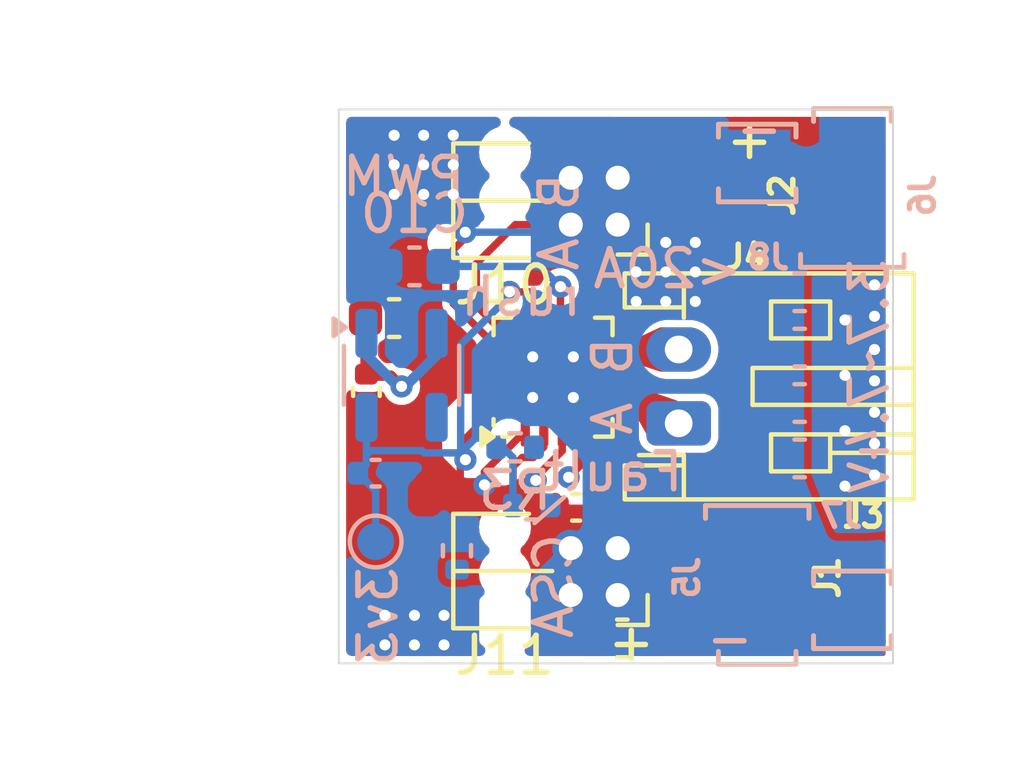
<source format=kicad_pcb>
(kicad_pcb (version 20241229) (generator "pcbnew") (generator_version "9.0")
  (title_block (date "2025-11-15") (rev "V2") (comment 1 "Licensed under CERN-OHL-S V2") (comment 2 "Author: Asher Edwards"))
  (layers (0 "F.Cu" signal) (4 "In1.Cu" signal) (6 "In2.Cu" signal) (2 "B.Cu" signal) (13 "F.Paste" user) (15 "B.Paste" user) (5 "F.SilkS" user "F.Silkscreen") (7 "B.SilkS" user "B.Silkscreen") (1 "F.Mask" user) (3 "B.Mask" user) (25 "Edge.Cuts" user))
  (net 0 "")
  (net 1 "VDD")
  (net 3 "GNDPWR")
  (net 4 "Net-(J9-Pin_1)")
  (net 5 "Net-(J9-Pin_2)")
  (net 7 "PWM-A")
  (net 8 "+3.3V")
  (net 9 "PWM-B")
  (net 10 "Net-(U1-TINRUSH)")
  (net 12 "ADC-A")
  (net 13 "Stall")
  (net 14 "Fault")
  (footprint "custom_Connector:Keystone_6100" (layer "F.Cu") (at 177.7 107.75)
    (property "Reference" "J3" (at 0.3 -2.55 0) (layer "F.SilkS") (effects (font (size 0.64 0.64))))
    (property "Value" "Keystone 6100")
    (fp_line (start -1.05 -1.05) (end 1.05 -1.05) (stroke (width 0.127)) (layer "F.SilkS"))
    (fp_line (start -1.05 -0.7) (end -1.05 -1.05) (stroke (width 0.127)) (layer "F.SilkS"))
    (fp_line (start -1.05 1.05) (end -1.05 0.7) (stroke (width 0.127)) (layer "F.SilkS"))
    (fp_line (start 1.05 -1.05) (end 1.05 -0.7) (stroke (width 0.127)) (layer "F.SilkS"))
    (fp_line (start 1.05 0.7) (end 1.05 1.05) (stroke (width 0.127)) (layer "F.SilkS"))
    (fp_line (start 1.05 1.05) (end -1.05 1.05) (stroke (width 0.127)) (layer "F.SilkS"))
    (pad "1" smd rect (at 0 0) (size 1.8 1.8) (layers "F.Cu" "F.Mask" "F.Paste") (net 1 "VDD"))
  )
  (footprint "Capacitor_SMD:C_0603_1608Metric" (layer "F.Cu") (at 171.475 108.525 180)
    (property "Reference" "C5" (hide yes))
    (property "Value" "10uF, 16v")
    (fp_line (start 0.14058 0.51) (end -0.14058 0.51) (stroke (width 0.12)) (layer "F.SilkS"))
    (fp_line (start 0.14058 -0.51) (end -0.14058 -0.51) (stroke (width 0.12)) (layer "F.SilkS"))
    (pad "1" smd roundrect (at -0.775 0 180) (size 0.9 0.95) (layers "F.Cu" "F.Mask" "F.Paste") (net 1 "VDD"))
    (pad "2" smd roundrect (at 0.775 0 180) (size 0.9 0.95) (layers "F.Cu" "F.Mask" "F.Paste") (net 3 "GNDPWR"))
  )
  (footprint "Capacitor_SMD:C_0402_1005Metric" (layer "F.Cu") (at 170.225 104.975 180)
    (property "Reference" "C6" (hide yes))
    (property "Value" "100nF, 16v")
    (fp_line (start -0.107836 0.36) (end 0.107836 0.36) (stroke (width 0.12)) (layer "F.SilkS"))
    (fp_line (start -0.107836 -0.36) (end 0.107836 -0.36) (stroke (width 0.12)) (layer "F.SilkS"))
    (pad "1" smd roundrect (at -0.48 0 180) (size 0.56 0.62) (layers "F.Cu" "F.Mask" "F.Paste") (net 1 "VDD"))
    (pad "2" smd roundrect (at 0.48 0 180) (size 0.56 0.62) (layers "F.Cu" "F.Mask" "F.Paste") (net 3 "GNDPWR"))
  )
  (footprint "custom_Connector:Keystone_6102" (layer "F.Cu") (at 175.125 107.075)
    (property "Reference" "J1" (at 1.9 -0.2 90) (layer "F.SilkS") (effects (font (size 0.64 0.64))))
    (property "Value" "Keystone 6102")
    (fp_line (start -1.4 -2.15) (end 1.4 -2.15) (stroke (width 0.127)) (layer "F.SilkS"))
    (fp_line (start -1.4 -1.8) (end -1.4 -2.15) (stroke (width 0.127)) (layer "F.SilkS"))
    (fp_line (start -1.05 2.15) (end -1.05 1.8) (stroke (width 0.127)) (layer "F.SilkS"))
    (fp_line (start 1.05 1.8) (end 1.05 2.15) (stroke (width 0.127)) (layer "F.SilkS"))
    (fp_line (start 1.05 2.15) (end -1.05 2.15) (stroke (width 0.127)) (layer "F.SilkS"))
    (fp_line (start 1.4 -2.15) (end 1.4 -1.8) (stroke (width 0.127)) (layer "F.SilkS"))
    (pad "1" smd rect (at 0 0) (size 1.8 3.84) (layers "F.Cu" "F.Mask" "F.Paste") (net 1 "VDD"))
  )
  (footprint "Capacitor_SMD:C_0603_1608Metric" (layer "F.Cu") (at 165.3 99.85)
    (property "Reference" "C7" (hide yes))
    (property "Value" "10uF, 16v")
    (fp_line (start -0.14058 -0.51) (end 0.14058 -0.51) (stroke (width 0.12)) (layer "F.SilkS"))
    (fp_line (start -0.14058 0.51) (end 0.14058 0.51) (stroke (width 0.12)) (layer "F.SilkS"))
    (pad "1" smd roundrect (at -0.775 0) (size 0.9 0.95) (layers "F.Cu" "F.Mask" "F.Paste") (net 1 "VDD"))
    (pad "2" smd roundrect (at 0.775 0) (size 0.9 0.95) (layers "F.Cu" "F.Mask" "F.Paste") (net 3 "GNDPWR"))
  )
  (footprint "Connector_JST:JST_PH_S2B-PH-K_1x02_P2.00mm_Horizontal" (layer "F.Cu") (at 173 102.7 90)
    (property "Reference" "J9" (hide yes))
    (property "Value" "JST PH 2mm horizontal")
    (fp_line (start 4.06 -1.46) (end 3.14 -1.46) (stroke (width 0.12)) (layer "F.SilkS"))
    (fp_line (start 3.14 -1.46) (end 3.14 0.14) (stroke (width 0.12)) (layer "F.SilkS"))
    (fp_line (start -1.14 -1.46) (end -2.06 -1.46) (stroke (width 0.12)) (layer "F.SilkS"))
    (fp_line (start -2.06 -1.46) (end -2.06 6.36) (stroke (width 0.12)) (layer "F.SilkS"))
    (fp_line (start 4.06 0.14) (end 3.14 0.14) (stroke (width 0.12)) (layer "F.SilkS"))
    (fp_line (start 3.14 0.14) (end 2.86 0.14) (stroke (width 0.12)) (layer "F.SilkS"))
    (fp_line (start -0.86 0.14) (end -0.86 -1.075) (stroke (width 0.12)) (layer "F.SilkS"))
    (fp_line (start -0.86 0.14) (end -1.14 0.14) (stroke (width 0.12)) (layer "F.SilkS"))
    (fp_line (start -1.14 0.14) (end -1.14 -1.46) (stroke (width 0.12)) (layer "F.SilkS"))
    (fp_line (start -2.06 0.14) (end -1.14 0.14) (stroke (width 0.12)) (layer "F.SilkS"))
    (fp_line (start 1.5 2) (end 1.5 6.36) (stroke (width 0.12)) (layer "F.SilkS"))
    (fp_line (start 0.5 2) (end 1.5 2) (stroke (width 0.12)) (layer "F.SilkS"))
    (fp_line (start 3.3 2.5) (end 3.3 4.1) (stroke (width 0.12)) (layer "F.SilkS"))
    (fp_line (start 2.3 2.5) (end 3.3 2.5) (stroke (width 0.12)) (layer "F.SilkS"))
    (fp_line (start -0.3 2.5) (end -1.3 2.5) (stroke (width 0.12)) (layer "F.SilkS"))
    (fp_line (start -1.3 2.5) (end -1.3 4.1) (stroke (width 0.12)) (layer "F.SilkS"))
    (fp_line (start 3.3 4.1) (end 2.3 4.1) (stroke (width 0.12)) (layer "F.SilkS"))
    (fp_line (start 2.3 4.1) (end 2.3 2.5) (stroke (width 0.12)) (layer "F.SilkS"))
    (fp_line (start -0.3 4.1) (end -0.3 2.5) (stroke (width 0.12)) (layer "F.SilkS"))
    (fp_line (start -0.3 4.1) (end -0.3 6.36) (stroke (width 0.12)) (layer "F.SilkS"))
    (fp_line (start -0.8 4.1) (end -0.8 6.36) (stroke (width 0.12)) (layer "F.SilkS"))
    (fp_line (start -1.3 4.1) (end -0.3 4.1) (stroke (width 0.12)) (layer "F.SilkS"))
    (fp_line (start 4.06 6.36) (end 4.06 -1.46) (stroke (width 0.12)) (layer "F.SilkS"))
    (fp_line (start 0.5 6.36) (end 0.5 2) (stroke (width 0.12)) (layer "F.SilkS"))
    (fp_line (start -2.06 6.36) (end 4.06 6.36) (stroke (width 0.12)) (layer "F.SilkS"))
    (pad "1" thru_hole roundrect (at 0 0 90) (size 1.2 1.75) (drill 0.75) (layers "*.Cu" "*.Mask") (roundrect_rratio 0.208333) (net 4 "Net-(J9-Pin_1)"))
    (pad "2" thru_hole oval (at 2 0 90) (size 1.2 1.75) (drill 0.75) (layers "*.Cu" "*.Mask") (net 5 "Net-(J9-Pin_2)"))
  )
  (footprint "custom_Connector:Precidip 852-10-004-20-001101" (layer "F.Cu") (at 171.35 97.32 180)
    (property "Reference" "J10" (at 3.0675 -1.635 0) (layer "F.SilkS"))
    (property "Value" "Precidip 852-10-004-20-001101")
    (fp_line (start 4.45 2.2) (end 2.4 2.2) (stroke (width 0.12)) (layer "F.SilkS"))
    (fp_line (start 4.45 -0.9) (end 4.45 2.2) (stroke (width 0.12)) (layer "F.SilkS"))
    (fp_line (start 2.4 -0.9) (end 4.45 -0.9) (stroke (width 0.12)) (layer "F.SilkS"))
    (fp_line (start 1.772867 0.65) (end 4.45 0.65) (stroke (width 0.12)) (layer "F.SilkS"))
    (fp_line (start -0.81 0) (end -0.81 -0.81) (stroke (width 0.12)) (layer "F.SilkS"))
    (fp_line (start -0.81 -0.81) (end 0 -0.81) (stroke (width 0.12)) (layer "F.SilkS"))
    (pad "1" thru_hole rect (at 0 0 180) (size 1 1) (drill 0.65) (layers "*.Cu" "*.Mask") (net 7 "PWM-A"))
    (pad "2" thru_hole circle (at 1.27 0 180) (size 1 1) (drill 0.65) (layers "*.Cu" "*.Mask") (net 9 "PWM-B"))
    (pad "3" thru_hole circle (at 0 1.27 180) (size 1 1) (drill 0.65) (layers "*.Cu" "*.Mask"))
    (pad "4" thru_hole circle (at 1.27 1.27 180) (size 1 1) (drill 0.65) (layers "*.Cu" "*.Mask"))
  )
  (footprint "Package_DFN_QFN:WQFN-16-1EP_3x3mm_P0.5mm_EP1.68x1.68mm_ThermalVias" (layer "F.Cu") (at 169.6 101.45 90)
    (property "Reference" "U1" (hide yes))
    (property "Value" "DRV8213RTER")
    (fp_line (start 1.61 -1.61) (end 1.61 -1.135) (stroke (width 0.12)) (layer "F.SilkS"))
    (fp_line (start 1.135 -1.61) (end 1.61 -1.61) (stroke (width 0.12)) (layer "F.SilkS"))
    (fp_line (start -1.135 -1.61) (end -1.31 -1.61) (stroke (width 0.12)) (layer "F.SilkS"))
    (fp_line (start -1.61 -1.135) (end -1.61 -1.37) (stroke (width 0.12)) (layer "F.SilkS"))
    (fp_line (start 1.61 1.61) (end 1.61 1.135) (stroke (width 0.12)) (layer "F.SilkS"))
    (fp_line (start 1.135 1.61) (end 1.61 1.61) (stroke (width 0.12)) (layer "F.SilkS"))
    (fp_line (start -1.135 1.61) (end -1.61 1.61) (stroke (width 0.12)) (layer "F.SilkS"))
    (fp_line (start -1.61 1.61) (end -1.61 1.135) (stroke (width 0.12)) (layer "F.SilkS"))
    (fp_poly (pts (xy -1.61 -1.61) (xy -1.85 -1.94) (xy -1.37 -1.94) (xy -1.61 -1.61)) (stroke (width 0.12)) (fill yes) (layer "F.SilkS"))
    (pad "1" smd roundrect (at -1.4575 -0.75 90) (size 0.835 0.25) (layers "F.Cu" "F.Mask" "F.Paste") (net 12 "ADC-A"))
    (pad "2" smd roundrect (at -1.4575 -0.25 90) (size 0.835 0.25) (layers "F.Cu" "F.Mask" "F.Paste") (net 8 "+3.3V"))
    (pad "3" smd roundrect (at -1.4575 0.25 90) (size 0.835 0.25) (layers "F.Cu" "F.Mask" "F.Paste") (net 13 "Stall"))
    (pad "4" smd roundrect (at -1.4575 0.75 90) (size 0.835 0.25) (layers "F.Cu" "F.Mask" "F.Paste") (net 14 "Fault"))
    (pad "5" smd roundrect (at -0.75 1.4575 90) (size 0.25 0.835) (layers "F.Cu" "F.Mask" "F.Paste") (net 1 "VDD"))
    (pad "6" smd roundrect (at -0.25 1.4575 90) (size 0.25 0.835) (layers "F.Cu" "F.Mask" "F.Paste") (net 4 "Net-(J9-Pin_1)"))
    (pad "7" smd roundrect (at 0.25 1.4575 90) (size 0.25 0.835) (layers "F.Cu" "F.Mask" "F.Paste") (net 3 "GNDPWR"))
    (pad "8" smd roundrect (at 0.75 1.4575 90) (size 0.25 0.835) (layers "F.Cu" "F.Mask" "F.Paste") (net 5 "Net-(J9-Pin_2)"))
    (pad "9" smd roundrect (at 1.4575 0.75 90) (size 0.835 0.25) (layers "F.Cu" "F.Mask" "F.Paste") (net 3 "GNDPWR"))
    (pad "10" smd roundrect (at 1.4575 0.25 90) (size 0.835 0.25) (layers "F.Cu" "F.Mask" "F.Paste") (net 10 "Net-(U1-TINRUSH)"))
    (pad "11" smd roundrect (at 1.4575 -0.25 90) (size 0.835 0.25) (layers "F.Cu" "F.Mask" "F.Paste") (net 8 "+3.3V"))
    (pad "12" smd roundrect (at 1.4575 -0.75 90) (size 0.835 0.25) (layers "F.Cu" "F.Mask" "F.Paste") (net 9 "PWM-B"))
    (pad "13" smd roundrect (at 0.75 -1.4575 90) (size 0.25 0.835) (layers "F.Cu" "F.Mask" "F.Paste") (net 7 "PWM-A"))
    (pad "14" smd roundrect (at 0.25 -1.4575 90) (size 0.25 0.835) (layers "F.Cu" "F.Mask" "F.Paste") (net 3 "GNDPWR"))
    (pad "15" smd roundrect (at -0.25 -1.4575 90) (size 0.25 0.835) (layers "F.Cu" "F.Mask" "F.Paste") (net 8 "+3.3V"))
    (pad "16" smd roundrect (at -0.75 -1.4575 90) (size 0.25 0.835) (layers "F.Cu" "F.Mask" "F.Paste") (net 8 "+3.3V"))
    (pad "17" thru_hole circle (at -0.55 -0.55 90) (size 0.6 0.6) (drill 0.3) (property pad_prop_heatsink) (layers "*.Cu") (net 3 "GNDPWR"))
    (pad "17" thru_hole circle (at -0.55 0.55 90) (size 0.6 0.6) (drill 0.3) (property pad_prop_heatsink) (layers "*.Cu") (net 3 "GNDPWR"))
    (pad "17" smd rect (at 0 0 90) (size 1.68 1.68) (property pad_prop_heatsink) (layers "F.Cu" "F.Mask") (net 3 "GNDPWR"))
    (pad "17" smd rect (at 0 0 90) (size 1.68 1.68) (property pad_prop_heatsink) (layers "B.Cu") (net 3 "GNDPWR"))
    (pad "17" thru_hole circle (at 0.55 -0.55 90) (size 0.6 0.6) (drill 0.3) (property pad_prop_heatsink) (layers "*.Cu") (net 3 "GNDPWR"))
    (pad "17" thru_hole circle (at 0.55 0.55 90) (size 0.6 0.6) (drill 0.3) (property pad_prop_heatsink) (layers "*.Cu") (net 3 "GNDPWR"))
  )
  (footprint "custom_Connector:Keystone_6100" (layer "F.Cu") (at 175.125 95.65 180)
    (property "Reference" "J4" (at 0.3 -2.55 0) (layer "F.SilkS") (effects (font (size 0.64 0.64))))
    (property "Value" "Keystone 6100")
    (fp_line (start 1.05 1.05) (end -1.05 1.05) (stroke (width 0.127)) (layer "F.SilkS"))
    (fp_line (start 1.05 0.7) (end 1.05 1.05) (stroke (width 0.127)) (layer "F.SilkS"))
    (fp_line (start 1.05 -1.05) (end 1.05 -0.7) (stroke (width 0.127)) (layer "F.SilkS"))
    (fp_line (start -1.05 1.05) (end -1.05 0.7) (stroke (width 0.127)) (layer "F.SilkS"))
    (fp_line (start -1.05 -0.7) (end -1.05 -1.05) (stroke (width 0.127)) (layer "F.SilkS"))
    (fp_line (start -1.05 -1.05) (end 1.05 -1.05) (stroke (width 0.127)) (layer "F.SilkS"))
    (pad "1" smd rect (at 0 0 180) (size 1.8 1.8) (layers "F.Cu" "F.Mask" "F.Paste") (net 1 "VDD"))
  )
  (footprint "custom_Connector:Keystone_6102" (layer "F.Cu") (at 177.7 96.325 180)
    (property "Reference" "J2" (at 1.9 -0.2 90) (layer "F.SilkS") (effects (font (size 0.64 0.64))))
    (property "Value" "Keystone 6102")
    (fp_line (start 1.4 -2.15) (end 1.4 -1.8) (stroke (width 0.127)) (layer "F.SilkS"))
    (fp_line (start 1.05 2.15) (end -1.05 2.15) (stroke (width 0.127)) (layer "F.SilkS"))
    (fp_line (start 1.05 1.8) (end 1.05 2.15) (stroke (width 0.127)) (layer "F.SilkS"))
    (fp_line (start -1.05 2.15) (end -1.05 1.8) (stroke (width 0.127)) (layer "F.SilkS"))
    (fp_line (start -1.4 -1.8) (end -1.4 -2.15) (stroke (width 0.127)) (layer "F.SilkS"))
    (fp_line (start -1.4 -2.15) (end 1.4 -2.15) (stroke (width 0.127)) (layer "F.SilkS"))
    (pad "1" smd rect (at 0 0 180) (size 1.8 3.84) (layers "F.Cu" "F.Mask" "F.Paste") (net 1 "VDD"))
  )
  (footprint "Capacitor_SMD:C_0402_1005Metric" (layer "F.Cu") (at 164.55 101.85 -90)
    (property "Reference" "C8" (hide yes))
    (property "Value" "100nF, 16v")
    (fp_line (start -0.107836 0.36) (end 0.107836 0.36) (stroke (width 0.12)) (layer "F.SilkS"))
    (fp_line (start -0.107836 -0.36) (end 0.107836 -0.36) (stroke (width 0.12)) (layer "F.SilkS"))
    (pad "1" smd roundrect (at -0.48 0 270) (size 0.56 0.62) (layers "F.Cu" "F.Mask" "F.Paste") (net 1 "VDD"))
    (pad "2" smd roundrect (at 0.48 0 270) (size 0.56 0.62) (layers "F.Cu" "F.Mask" "F.Paste") (net 3 "GNDPWR"))
  )
  (footprint "custom_Connector:Precidip 852-10-004-20-001101" (layer "F.Cu") (at 171.35 107.35 180)
    (property "Reference" "J11" (at 3.0675 -1.635 0) (layer "F.SilkS"))
    (property "Value" "Precidip 852-10-004-20-001101")
    (fp_line (start 4.45 2.2) (end 2.4 2.2) (stroke (width 0.12)) (layer "F.SilkS"))
    (fp_line (start 4.45 -0.9) (end 4.45 2.2) (stroke (width 0.12)) (layer "F.SilkS"))
    (fp_line (start 2.4 -0.9) (end 4.45 -0.9) (stroke (width 0.12)) (layer "F.SilkS"))
    (fp_line (start 1.772867 0.65) (end 4.45 0.65) (stroke (width 0.12)) (layer "F.SilkS"))
    (fp_line (start -0.81 0) (end -0.81 -0.81) (stroke (width 0.12)) (layer "F.SilkS"))
    (fp_line (start -0.81 -0.81) (end 0 -0.81) (stroke (width 0.12)) (layer "F.SilkS"))
    (pad "1" thru_hole rect (at 0 0 180) (size 1 1) (drill 0.65) (layers "*.Cu" "*.Mask") (net 12 "ADC-A"))
    (pad "2" thru_hole circle (at 1.27 0 180) (size 1 1) (drill 0.65) (layers "*.Cu" "*.Mask") (net 13 "Stall"))
    (pad "3" thru_hole circle (at 0 1.27 180) (size 1 1) (drill 0.65) (layers "*.Cu" "*.Mask") (net 14 "Fault"))
    (pad "4" thru_hole circle (at 1.27 1.27 180) (size 1 1) (drill 0.65) (layers "*.Cu" "*.Mask"))
  )
  (footprint "custom_Connector:Keystone_6100" (layer "B.Cu") (at 175.125 95.65)
    (property "Reference" "J8" (at 0.3 2.55 180) (layer "B.SilkS") (effects (font (size 0.64 0.64)) (justify mirror)))
    (property "Value" "Keystone 6100")
    (fp_line (start -1.05 -1.05) (end -1.05 -0.7) (stroke (width 0.127)) (layer "B.SilkS"))
    (fp_line (start -1.05 0.7) (end -1.05 1.05) (stroke (width 0.127)) (layer "B.SilkS"))
    (fp_line (start -1.05 1.05) (end 1.05 1.05) (stroke (width 0.127)) (layer "B.SilkS"))
    (fp_line (start 1.05 -1.05) (end -1.05 -1.05) (stroke (width 0.127)) (layer "B.SilkS"))
    (fp_line (start 1.05 -0.7) (end 1.05 -1.05) (stroke (width 0.127)) (layer "B.SilkS"))
    (fp_line (start 1.05 1.05) (end 1.05 0.7) (stroke (width 0.127)) (layer "B.SilkS"))
    (pad "1" smd rect (at 0 0) (size 1.8 1.8) (layers "B.Cu" "B.Mask" "B.Paste") (net 3 "GNDPWR"))
  )
  (footprint "TestPoint:TestPoint_Pad_D1.0mm" (layer "B.Cu") (at 164.8 105.9 180)
    (property "Reference" "TP2" (hide yes))
    (property "Value" "3v3")
    (fp_circle (center 0 0) (end 0 -0.7) (stroke (width 0.12)) (fill no) (layer "B.SilkS"))
    (pad "1" smd circle (at 0 0 180) (size 1 1) (layers "B.Cu" "B.Mask") (net 8 "+3.3V"))
  )
  (footprint "Capacitor_SMD:C_0603_1608Metric" (layer "B.Cu") (at 176.275 99.15 180)
    (property "Reference" "C1" (hide yes))
    (property "Value" "10uF, 16v")
    (fp_line (start 0.14058 0.51) (end -0.14058 0.51) (stroke (width 0.12)) (layer "B.SilkS"))
    (fp_line (start 0.14058 -0.51) (end -0.14058 -0.51) (stroke (width 0.12)) (layer "B.SilkS"))
    (pad "1" smd roundrect (at -0.775 0 180) (size 0.9 0.95) (layers "B.Cu" "B.Mask" "B.Paste") (net 1 "VDD"))
    (pad "2" smd roundrect (at 0.775 0 180) (size 0.9 0.95) (layers "B.Cu" "B.Mask" "B.Paste") (net 3 "GNDPWR"))
  )
  (footprint "Capacitor_SMD:C_0603_1608Metric" (layer "B.Cu") (at 176.275 103.65 180)
    (property "Reference" "C4" (hide yes))
    (property "Value" "10uF, 16v")
    (fp_line (start 0.14058 0.51) (end -0.14058 0.51) (stroke (width 0.12)) (layer "B.SilkS"))
    (fp_line (start 0.14058 -0.51) (end -0.14058 -0.51) (stroke (width 0.12)) (layer "B.SilkS"))
    (pad "1" smd roundrect (at -0.775 0 180) (size 0.9 0.95) (layers "B.Cu" "B.Mask" "B.Paste") (net 1 "VDD"))
    (pad "2" smd roundrect (at 0.775 0 180) (size 0.9 0.95) (layers "B.Cu" "B.Mask" "B.Paste") (net 3 "GNDPWR"))
  )
  (footprint "custom_Connector:Keystone_6102" (layer "B.Cu") (at 175.125 107.075 180)
    (property "Reference" "J5" (at 1.9 0.2 90) (layer "B.SilkS") (effects (font (size 0.64 0.64)) (justify mirror)))
    (property "Value" "Keystone 6102")
    (fp_line (start 1.4 2.15) (end 1.4 1.8) (stroke (width 0.127)) (layer "B.SilkS"))
    (fp_line (start 1.05 -1.8) (end 1.05 -2.15) (stroke (width 0.127)) (layer "B.SilkS"))
    (fp_line (start 1.05 -2.15) (end -1.05 -2.15) (stroke (width 0.127)) (layer "B.SilkS"))
    (fp_line (start -1.05 -2.15) (end -1.05 -1.8) (stroke (width 0.127)) (layer "B.SilkS"))
    (fp_line (start -1.4 2.15) (end 1.4 2.15) (stroke (width 0.127)) (layer "B.SilkS"))
    (fp_line (start -1.4 1.8) (end -1.4 2.15) (stroke (width 0.127)) (layer "B.SilkS"))
    (pad "1" smd rect (at 0 0 180) (size 1.8 3.84) (layers "B.Cu" "B.Mask" "B.Paste") (net 3 "GNDPWR"))
  )
  (footprint "Resistor_SMD:R_0402_1005Metric" (layer "B.Cu") (at 168.575 103.35)
    (property "Reference" "R3" (at 0 1.17 180) (layer "B.SilkS") (effects (justify mirror)))
    (property "Value" "10k")
    (fp_line (start -0.153641 -0.38) (end 0.153641 -0.38) (stroke (width 0.12)) (layer "B.SilkS"))
    (fp_line (start -0.153641 0.38) (end 0.153641 0.38) (stroke (width 0.12)) (layer "B.SilkS"))
    (pad "1" smd roundrect (at -0.51 0) (size 0.54 0.64) (layers "B.Cu" "B.Mask" "B.Paste") (net 8 "+3.3V"))
    (pad "2" smd roundrect (at 0.51 0) (size 0.54 0.64) (layers "B.Cu" "B.Mask" "B.Paste") (net 14 "Fault"))
  )
  (footprint "Capacitor_SMD:C_0603_1608Metric" (layer "B.Cu") (at 176.275 100.65 180)
    (property "Reference" "C3" (hide yes))
    (property "Value" "10uF, 16v")
    (fp_line (start 0.14058 0.51) (end -0.14058 0.51) (stroke (width 0.12)) (layer "B.SilkS"))
    (fp_line (start 0.14058 -0.51) (end -0.14058 -0.51) (stroke (width 0.12)) (layer "B.SilkS"))
    (pad "1" smd roundrect (at -0.775 0 180) (size 0.9 0.95) (layers "B.Cu" "B.Mask" "B.Paste") (net 1 "VDD"))
    (pad "2" smd roundrect (at 0.775 0 180) (size 0.9 0.95) (layers "B.Cu" "B.Mask" "B.Paste") (net 3 "GNDPWR"))
  )
  (footprint "custom_Connector:Keystone_6102" (layer "B.Cu") (at 177.7 96.325)
    (property "Reference" "J6" (at 1.9 0.2 90) (layer "B.SilkS") (effects (font (size 0.64 0.64)) (justify mirror)))
    (property "Value" "Keystone 6102")
    (fp_line (start -1.4 1.8) (end -1.4 2.15) (stroke (width 0.127)) (layer "B.SilkS"))
    (fp_line (start -1.4 2.15) (end 1.4 2.15) (stroke (width 0.127)) (layer "B.SilkS"))
    (fp_line (start -1.05 -2.15) (end -1.05 -1.8) (stroke (width 0.127)) (layer "B.SilkS"))
    (fp_line (start 1.05 -2.15) (end -1.05 -2.15) (stroke (width 0.127)) (layer "B.SilkS"))
    (fp_line (start 1.05 -1.8) (end 1.05 -2.15) (stroke (width 0.127)) (layer "B.SilkS"))
    (fp_line (start 1.4 2.15) (end 1.4 1.8) (stroke (width 0.127)) (layer "B.SilkS"))
    (pad "1" smd rect (at 0 0) (size 1.8 3.84) (layers "B.Cu" "B.Mask" "B.Paste") (net 3 "GNDPWR"))
  )
  (footprint "Capacitor_SMD:C_0402_1005Metric" (layer "B.Cu") (at 164.8 104.05)
    (property "Reference" "C9" (hide yes))
    (property "Value" "2.2uF, 10v")
    (fp_line (start 0.107836 -0.36) (end -0.107836 -0.36) (stroke (width 0.12)) (layer "B.SilkS"))
    (fp_line (start 0.107836 0.36) (end -0.107836 0.36) (stroke (width 0.12)) (layer "B.SilkS"))
    (pad "1" smd roundrect (at -0.48 0) (size 0.56 0.62) (layers "B.Cu" "B.Mask" "B.Paste") (net 8 "+3.3V"))
    (pad "2" smd roundrect (at 0.48 0) (size 0.56 0.62) (layers "B.Cu" "B.Mask" "B.Paste") (net 3 "GNDPWR"))
  )
  (footprint "Resistor_SMD:R_0402_1005Metric" (layer "B.Cu") (at 167 106.15 90)
    (property "Reference" "R2" (hide yes))
    (property "Value" "3.3k")
    (fp_line (start 0.153641 -0.38) (end -0.153641 -0.38) (stroke (width 0.12)) (layer "B.SilkS"))
    (fp_line (start 0.153641 0.38) (end -0.153641 0.38) (stroke (width 0.12)) (layer "B.SilkS"))
    (pad "1" smd roundrect (at -0.51 0 90) (size 0.54 0.64) (layers "B.Cu" "B.Mask" "B.Paste") (net 12 "ADC-A"))
    (pad "2" smd roundrect (at 0.51 0 90) (size 0.54 0.64) (layers "B.Cu" "B.Mask" "B.Paste") (net 3 "GNDPWR"))
  )
  (footprint "Package_TO_SOT_SMD:SOT-23-5" (layer "B.Cu") (at 165.5 101.4 -90)
    (property "Reference" "U2" (hide yes))
    (property "Value" "LP2981-3.3")
    (fp_line (start -0.8 1.56) (end 0 1.56) (stroke (width 0.12)) (layer "B.SilkS"))
    (fp_line (start 0.8 1.56) (end 0 1.56) (stroke (width 0.12)) (layer "B.SilkS"))
    (fp_line (start -0.8 -1.56) (end 0 -1.56) (stroke (width 0.12)) (layer "B.SilkS"))
    (fp_line (start 0.8 -1.56) (end 0 -1.56) (stroke (width 0.12)) (layer "B.SilkS"))
    (fp_poly (pts (xy -1.3 1.51) (xy -1.54 1.84) (xy -1.06 1.84) (xy -1.3 1.51)) (stroke (width 0.12)) (fill yes) (layer "B.SilkS"))
    (pad "1" smd roundrect (at -1.1375 0.95 270) (size 1.325 0.6) (layers "B.Cu" "B.Mask" "B.Paste") (net 1 "VDD"))
    (pad "2" smd roundrect (at -1.1375 0 270) (size 1.325 0.6) (layers "B.Cu" "B.Mask" "B.Paste") (net 3 "GNDPWR"))
    (pad "3" smd roundrect (at -1.1375 -0.95 270) (size 1.325 0.6) (layers "B.Cu" "B.Mask" "B.Paste") (net 1 "VDD"))
    (pad "4" smd roundrect (at 1.1375 -0.95 270) (size 1.325 0.6) (layers "B.Cu" "B.Mask" "B.Paste"))
    (pad "5" smd roundrect (at 1.1375 0.95 270) (size 1.325 0.6) (layers "B.Cu" "B.Mask" "B.Paste") (net 8 "+3.3V"))
  )
  (footprint "Resistor_SMD:R_0402_1005Metric" (layer "B.Cu") (at 169.025 104.925)
    (property "Reference" "R1" (hide yes))
    (property "Value" "10k")
    (fp_line (start 0.153641 -0.38) (end -0.153641 -0.38) (stroke (width 0.12)) (layer "B.SilkS"))
    (fp_line (start 0.153641 0.38) (end -0.153641 0.38) (stroke (width 0.12)) (layer "B.SilkS"))
    (pad "1" smd roundrect (at -0.51 0) (size 0.54 0.64) (layers "B.Cu" "B.Mask" "B.Paste") (net 8 "+3.3V"))
    (pad "2" smd roundrect (at 0.51 0) (size 0.54 0.64) (layers "B.Cu" "B.Mask" "B.Paste") (net 13 "Stall"))
  )
  (footprint "custom_Connector:Keystone_6100" (layer "B.Cu") (at 177.7 107.75 180)
    (property "Reference" "J7" (at 0.3 2.55 0) (layer "B.SilkS") (effects (font (size 0.64 0.64)) (justify mirror)))
    (property "Value" "Keystone 6100")
    (fp_line (start 1.05 1.05) (end 1.05 0.7) (stroke (width 0.127)) (layer "B.SilkS"))
    (fp_line (start 1.05 -0.7) (end 1.05 -1.05) (stroke (width 0.127)) (layer "B.SilkS"))
    (fp_line (start 1.05 -1.05) (end -1.05 -1.05) (stroke (width 0.127)) (layer "B.SilkS"))
    (fp_line (start -1.05 1.05) (end 1.05 1.05) (stroke (width 0.127)) (layer "B.SilkS"))
    (fp_line (start -1.05 0.7) (end -1.05 1.05) (stroke (width 0.127)) (layer "B.SilkS"))
    (fp_line (start -1.05 -1.05) (end -1.05 -0.7) (stroke (width 0.127)) (layer "B.SilkS"))
    (pad "1" smd rect (at 0 0 180) (size 1.8 1.8) (layers "B.Cu" "B.Mask" "B.Paste") (net 3 "GNDPWR"))
  )
  (footprint "Capacitor_SMD:C_0603_1608Metric" (layer "B.Cu") (at 176.275 102.15 180)
    (property "Reference" "C2" (hide yes))
    (property "Value" "10uF, 16v")
    (fp_line (start 0.14058 0.51) (end -0.14058 0.51) (stroke (width 0.12)) (layer "B.SilkS"))
    (fp_line (start 0.14058 -0.51) (end -0.14058 -0.51) (stroke (width 0.12)) (layer "B.SilkS"))
    (pad "1" smd roundrect (at -0.775 0 180) (size 0.9 0.95) (layers "B.Cu" "B.Mask" "B.Paste") (net 1 "VDD"))
    (pad "2" smd roundrect (at 0.775 0 180) (size 0.9 0.95) (layers "B.Cu" "B.Mask" "B.Paste") (net 3 "GNDPWR"))
  )
  (footprint "Capacitor_SMD:C_0603_1608Metric" (layer "B.Cu") (at 165.85 98.45 180)
    (property "Reference" "C10" (at 0 1.43 0) (layer "B.SilkS") (effects (justify mirror)))
    (property "Value" "33nF")
    (fp_line (start -0.14058 0.51) (end 0.14058 0.51) (stroke (width 0.12)) (layer "B.SilkS"))
    (fp_line (start -0.14058 -0.51) (end 0.14058 -0.51) (stroke (width 0.12)) (layer "B.SilkS"))
    (pad "1" smd roundrect (at -0.775 0 180) (size 0.9 0.95) (layers "B.Cu" "B.Mask" "B.Paste") (net 10 "Net-(U1-TINRUSH)"))
    (pad "2" smd roundrect (at 0.775 0 180) (size 0.9 0.95) (layers "B.Cu" "B.Mask" "B.Paste") (net 3 "GNDPWR"))
  )
  (gr_line (start 169.1 105.4) (end 169.9 104.7) (stroke (width 0.12)) (layer "B.SilkS"))
  (gr_rect (start 163.8 94.2) (end 178.8 109.2) (stroke (width 0.05)) (fill no) (layer "Edge.Cuts"))
  (gr_text "+" (at 174.2 95.6 -0) (layer "F.SilkS") (effects (font (size 1 1)) (justify left bottom)))
  (gr_text "+" (at 171 109.2 -0) (layer "F.SilkS") (effects (font (size 1 1)) (justify left bottom)))
  (gr_text "<20A" (at 174.8 99.1 0) (layer "B.SilkS") (effects (font (size 1 1)) (justify left bottom mirror)))
  (gr_text "B A" (at 171.8 103.1 90) (layer "B.SilkS") (effects (font (size 1 1)) (justify right bottom mirror)))
  (gr_text "Fault" (at 173.2 104.6 0) (layer "B.SilkS") (effects (font (size 1 1)) (justify left bottom mirror)))
  (gr_text "PWM" (at 167.3 96.6 0) (layer "B.SilkS") (effects (font (size 1 1)) (justify left bottom mirror)))
  (gr_text "B A" (at 170.35 98.65 90) (layer "B.SilkS") (effects (font (size 1 1)) (justify right bottom mirror)))
  (gr_text "3v3" (at 165.45 106.5 90) (layer "B.SilkS") (effects (font (size 1 1)) (justify left bottom mirror)))
  (gr_text "-" (at 175.1 109.1 -0) (layer "B.SilkS") (effects (font (size 1 1)) (justify left bottom mirror)))
  (gr_text "CSA" (at 170.2 105.6 90) (layer "B.SilkS") (effects (font (size 1 1)) (justify left bottom mirror)))
  (gr_text "rush" (at 170.45 99.85 0) (layer "B.SilkS") (effects (font (size 1 1)) (justify left bottom mirror)))
  (gr_text "-" (at 175.9 95.3 -0) (layer "B.SilkS") (effects (font (size 1 1)) (justify left bottom mirror)))
  (gr_text_box "3.7~7.4V" (start 176.825 98.1492) (end 178.975 104.7) (margins 0.75 0.75 0.75 0.75) (angle 90) (layer "B.SilkS") (effects (font (size 1 1)) (justify top mirror)) (border no))
  (segment (start 164.709886 101.409886) (end 164.525 101.225) (width 0.28) (layer "F.Cu") (net 1))
  (segment (start 165.209886 101.409886) (end 164.709886 101.409886) (width 0.28) (layer "F.Cu") (net 1))
  (segment (start 164.709886 101.409886) (end 164.6 101.3) (width 0.2) (layer "F.Cu") (net 1))
  (segment (start 165.5 101.7) (end 165.209886 101.409886) (width 0.28) (layer "F.Cu") (net 1))
  (segment (start 164.525 101.225) (end 164.525 99.85) (width 0.28) (layer "F.Cu") (net 1))
  (segment (start 171.125 104.975) (end 171.5 104.6) (width 0.2) (layer "F.Cu") (net 1))
  (segment (start 170.705 104.975) (end 171.125 104.975) (width 0.2) (layer "F.Cu") (net 1))
  (via (at 178.3 103.25) (size 0.6) (drill 0.3) (layers "F.Cu" "B.Cu") (net 1))
  (via (at 177.5 101.4) (size 0.6) (drill 0.3) (layers "F.Cu" "B.Cu") (net 1))
  (via (at 178.3 104.1) (size 0.6) (drill 0.3) (layers "F.Cu" "B.Cu") (net 1))
  (via (at 177.5 104.4) (size 0.6) (drill 0.3) (layers "F.Cu" "B.Cu") (net 1))
  (via (at 165.5 101.7) (size 0.6) (drill 0.3) (layers "F.Cu" "B.Cu") (net 1))
  (via (at 178.3 102.4) (size 0.6) (drill 0.3) (layers "F.Cu" "B.Cu") (net 1))
  (via (at 178.3 100.7) (size 0.6) (drill 0.3) (layers "F.Cu" "B.Cu") (net 1))
  (via (at 178.3 98.95) (size 0.6) (drill 0.3) (layers "F.Cu" "B.Cu") (net 1))
  (via (at 177.5 102.9) (size 0.6) (drill 0.3) (layers "F.Cu" "B.Cu") (net 1))
  (via (at 177.5 99.9) (size 0.6) (drill 0.3) (layers "F.Cu" "B.Cu") (net 1))
  (via (at 178.3 99.8) (size 0.6) (drill 0.3) (layers "F.Cu" "B.Cu") (net 1))
  (via (at 178.3 101.55) (size 0.6) (drill 0.3) (layers "F.Cu" "B.Cu") (net 1))
  (segment (start 165.5 101.7) (end 165.6 101.7) (width 0.2) (layer "B.Cu") (net 1))
  (segment (start 165.4 101.7) (end 164.55 100.85) (width 0.28) (layer "B.Cu") (net 1))
  (segment (start 165.6 101.7) (end 166.45 100.85) (width 0.28) (layer "B.Cu") (net 1))
  (segment (start 164.55 100.85) (end 164.55 100.2625) (width 0.28) (layer "B.Cu") (net 1))
  (segment (start 165.5 101.7) (end 165.4 101.7) (width 0.2) (layer "B.Cu") (net 1))
  (segment (start 166.45 100.85) (end 166.45 100.2625) (width 0.28) (layer "B.Cu") (net 1))
  (segment (start 171.0575 101.2) (end 170.45 101.2) (width 0.2) (layer "F.Cu") (net 3))
  (segment (start 168.75 101.2) (end 169.05 100.9) (width 0.2) (layer "F.Cu") (net 3))
  (segment (start 170.35 99.9925) (end 170.34 100.0025) (width 0.2) (layer "F.Cu") (net 3))
  (segment (start 170.34 100.0025) (end 170.34 100.71) (width 0.2) (layer "F.Cu") (net 3))
  (segment (start 168.1425 101.2) (end 168.75 101.2) (width 0.2) (layer "F.Cu") (net 3))
  (segment (start 170.45 101.2) (end 170.15 100.9) (width 0.2) (layer "F.Cu") (net 3))
  (segment (start 170.34 100.71) (end 170.15 100.9) (width 0.2) (layer "F.Cu") (net 3))
  (via (at 166.65 108.7) (size 0.6) (drill 0.3) (layers "F.Cu" "B.Cu") (net 3))
  (via (at 173.45 97.8) (size 0.6) (drill 0.3) (layers "F.Cu" "B.Cu") (net 3))
  (via (at 165.85 108.7) (size 0.6) (drill 0.3) (layers "F.Cu" "B.Cu") (net 3))
  (via (at 166.1 95.7) (size 0.6) (drill 0.3) (layers "F.Cu" "B.Cu") (net 3))
  (via (at 165.05 107.9) (size 0.6) (drill 0.3) (layers "F.Cu" "B.Cu") (net 3))
  (via (at 166.9 96.5) (size 0.6) (drill 0.3) (layers "F.Cu" "B.Cu") (net 3))
  (via (at 165.3 96.5) (size 0.6) (drill 0.3) (layers "F.Cu" "B.Cu") (net 3))
  (via (at 172.65 99.4) (size 0.6) (drill 0.3) (layers "F.Cu" "B.Cu") (net 3))
  (via (at 172.65 98.6) (size 0.6) (drill 0.3) (layers "F.Cu" "B.Cu") (net 3))
  (via (at 166.9 94.9) (size 0.6) (drill 0.3) (layers "F.Cu" "B.Cu") (net 3))
  (via (at 166.65 107.9) (size 0.6) (drill 0.3) (layers "F.Cu" "B.Cu") (net 3))
  (via (at 172.65 97.8) (size 0.6) (drill 0.3) (layers "F.Cu" "B.Cu") (net 3))
  (via (at 173.45 98.6) (size 0.6) (drill 0.3) (layers "F.Cu" "B.Cu") (net 3))
  (via (at 165.3 95.7) (size 0.6) (drill 0.3) (layers "F.Cu" "B.Cu") (net 3))
  (via (at 166.9 95.7) (size 0.6) (drill 0.3) (layers "F.Cu" "B.Cu") (net 3))
  (via (at 171.85 98.6) (size 0.6) (drill 0.3) (layers "F.Cu" "B.Cu") (net 3))
  (via (at 165.85 107.9) (size 0.6) (drill 0.3) (layers "F.Cu" "B.Cu") (net 3))
  (via (at 173.45 99.4) (size 0.6) (drill 0.3) (layers "F.Cu" "B.Cu") (net 3))
  (via (at 165.3 94.9) (size 0.6) (drill 0.3) (layers "F.Cu" "B.Cu") (net 3))
  (via (at 171.85 99.4) (size 0.6) (drill 0.3) (layers "F.Cu" "B.Cu") (net 3))
  (via (at 166.1 94.9) (size 0.6) (drill 0.3) (layers "F.Cu" "B.Cu") (net 3))
  (via (at 165.05 108.7) (size 0.6) (drill 0.3) (layers "F.Cu" "B.Cu") (net 3))
  (via (at 166.1 96.5) (size 0.6) (drill 0.3) (layers "F.Cu" "B.Cu") (net 3))
  (segment (start 173.5 100.8) (end 173.4 100.7) (width 0.2) (layer "F.Cu") (net 5))
  (segment (start 167.225 97.525) (end 167.225 97.675) (width 0.2) (layer "F.Cu") (net 7))
  (segment (start 166.9 98) (end 166.9 99.4575) (width 0.2) (layer "F.Cu") (net 7))
  (segment (start 167.225 97.675) (end 166.9 98) (width 0.2) (layer "F.Cu") (net 7))
  (segment (start 166.9 99.4575) (end 168.1425 100.7) (width 0.2) (layer "F.Cu") (net 7))
  (via (at 167.225 97.525) (size 0.6) (drill 0.3) (layers "F.Cu" "B.Cu") (net 7))
  (segment (start 169.152214 97.525) (end 169.748214 98.121) (width 0.2) (layer "B.Cu") (net 7))
  (segment (start 167.225 97.525) (end 169.152214 97.525) (width 0.2) (layer "B.Cu") (net 7))
  (segment (start 170.549 98.121) (end 171.35 97.32) (width 0.2) (layer "B.Cu") (net 7))
  (segment (start 169.748214 98.121) (end 170.549 98.121) (width 0.2) (layer "B.Cu") (net 7))
  (segment (start 167.472506 105.019648) (end 167.089402 104.636544) (width 0.2) (layer "F.Cu") (net 8))
  (segment (start 168.518994 103.871669) (end 168.518994 104.514952) (width 0.2) (layer "F.Cu") (net 8))
  (segment (start 167.089402 104.636544) (end 167.089402 103.823549) (width 0.2) (layer "F.Cu") (net 8))
  (segment (start 169.35 99.9925) (end 169.35 99.45) (width 0.2) (layer "F.Cu") (net 8))
  (segment (start 169.35 102.9075) (end 169.35 103.340798) (width 0.2) (layer "F.Cu") (net 8))
  (segment (start 169.35 103.340798) (end 169.064798 103.626) (width 0.2) (layer "F.Cu") (net 8))
  (segment (start 169.35 99.45) (end 169.040549 99.140549) (width 0.2) (layer "F.Cu") (net 8))
  (segment (start 168.014298 105.019648) (end 167.472506 105.019648) (width 0.2) (layer "F.Cu") (net 8))
  (segment (start 168.1425 102.2) (end 167.229 103.1135) (width 0.2) (layer "F.Cu") (net 8))
  (segment (start 169.064798 103.626) (end 168.764663 103.626) (width 0.2) (layer "F.Cu") (net 8))
  (segment (start 168.764663 103.626) (end 168.518994 103.871669) (width 0.2) (layer "F.Cu") (net 8))
  (segment (start 168.518994 104.514952) (end 168.014298 105.019648) (width 0.2) (layer "F.Cu") (net 8))
  (segment (start 168.1425 102.2) (end 168.1425 101.7) (width 0.2) (layer "F.Cu") (net 8))
  (segment (start 167.089402 103.823549) (end 167.229 103.683951) (width 0.2) (layer "F.Cu") (net 8))
  (segment (start 167.229 103.1135) (end 167.229 103.683951) (width 0.2) (layer "F.Cu") (net 8))
  (segment (start 169.040549 99.140549) (end 168.421955 99.140549) (width 0.2) (layer "F.Cu") (net 8))
  (via (at 168.421955 99.140549) (size 0.6) (drill 0.3) (layers "F.Cu" "B.Cu") (net 8))
  (via (at 167.229 103.683951) (size 0.6) (drill 0.3) (layers "F.Cu" "B.Cu") (net 8))
  (segment (start 164.55 102.5375) (end 164.55 103.55) (width 0.2) (layer "B.Cu") (net 8))
  (segment (start 167.1 103.5) (end 167.513333 103.086667) (width 0.2) (layer "B.Cu") (net 8))
  (segment (start 167.1 103.642852) (end 167.141099 103.683951) (width 0.2) (layer "B.Cu") (net 8))
  (segment (start 164.55 103.82) (end 164.32 104.05) (width 0.2) (layer "B.Cu") (net 8))
  (segment (start 164.55 103.55) (end 164.66 103.44) (width 0.2) (layer "B.Cu") (net 8))
  (segment (start 166.109448 103.5) (end 167.1 103.5) (width 0.2) (layer "B.Cu") (net 8))
  (segment (start 167.1 103.5) (end 167.1 103.642852) (width 0.2) (layer "B.Cu") (net 8))
  (segment (start 166.049448 103.44) (end 166.109448 103.5) (width 0.2) (layer "B.Cu") (net 8))
  (segment (start 168.24 103.35) (end 168.065 103.35) (width 0.2) (layer "B.Cu") (net 8))
  (segment (start 167.1 100.571151) (end 168.421955 99.249196) (width 0.2) (layer "B.Cu") (net 8))
  (segment (start 164.8 104.53) (end 164.8 105.9) (width 0.2) (layer "B.Cu") (net 8))
  (segment (start 167.513333 103.086667) (end 167.801667 103.086667) (width 0.2) (layer "B.Cu") (net 8))
  (segment (start 167.141099 103.683951) (end 167.229 103.683951) (width 0.2) (layer "B.Cu") (net 8))
  (segment (start 164.32 104.05) (end 164.8 104.53) (width 0.2) (layer "B.Cu") (net 8))
  (segment (start 167.1 103.5) (end 167.1 100.571151) (width 0.2) (layer "B.Cu") (net 8))
  (segment (start 168.515 103.625) (end 168.24 103.35) (width 0.2) (layer "B.Cu") (net 8))
  (segment (start 164.66 103.44) (end 166.049448 103.44) (width 0.2) (layer "B.Cu") (net 8))
  (segment (start 167.801667 103.086667) (end 168.065 103.35) (width 0.2) (layer "B.Cu") (net 8))
  (segment (start 168.421955 99.249196) (end 168.421955 99.140549) (width 0.2) (layer "B.Cu") (net 8))
  (segment (start 164.55 103.55) (end 164.55 103.82) (width 0.2) (layer "B.Cu") (net 8))
  (segment (start 168.515 104.925) (end 168.515 103.625) (width 0.2) (layer "B.Cu") (net 8))
  (segment (start 168.85 99.9925) (end 168.000686 99.9925) (width 0.2) (layer "F.Cu") (net 9))
  (segment (start 167.525 99.516814) (end 167.525 98.375) (width 0.2) (layer "F.Cu") (net 9))
  (segment (start 167.525 98.375) (end 168.58 97.32) (width 0.2) (layer "F.Cu") (net 9))
  (segment (start 168.000686 99.9925) (end 167.525 99.516814) (width 0.2) (layer "F.Cu") (net 9))
  (segment (start 168.58 97.32) (end 170.08 97.32) (width 0.2) (layer "F.Cu") (net 9))
  (segment (start 169.8 99) (end 169.8 99.9425) (width 0.2) (layer "F.Cu") (net 10))
  (segment (start 169.8 99.9425) (end 169.85 99.9925) (width 0.2) (layer "F.Cu") (net 10))
  (via (at 169.8 99) (size 0.6) (drill 0.3) (layers "F.Cu" "B.Cu") (net 10))
  (segment (start 166.625 98.45) (end 169.25 98.45) (width 0.2) (layer "B.Cu") (net 10))
  (segment (start 169.25 98.45) (end 169.8 99) (width 0.2) (layer "B.Cu") (net 10))
  (segment (start 167.743402 104.014098) (end 167.743402 104.365648) (width 0.2) (layer "F.Cu") (net 12))
  (segment (start 168.85 102.9075) (end 167.743402 104.014098) (width 0.2) (layer "F.Cu") (net 12))
  (via (at 167.743402 104.365648) (size 0.6) (drill 0.3) (layers "F.Cu" "B.Cu") (net 12))
  (segment (start 167 106.66) (end 167.12 106.78) (width 0.2) (layer "B.Cu") (net 12))
  (segment (start 169.85 103.444462) (end 169.131419 104.163043) (width 0.2) (layer "F.Cu") (net 13))
  (segment (start 169.85 102.9075) (end 169.85 103.444462) (width 0.2) (layer "F.Cu") (net 13))
  (segment (start 169.131419 104.163043) (end 169.131419 104.243431) (width 0.2) (layer "F.Cu") (net 13))
  (via (at 169.131419 104.243431) (size 0.6) (drill 0.3) (layers "F.Cu" "B.Cu") (net 13))
  (segment (start 170.35 103.832795) (end 170.022205 104.16059) (width 0.2) (layer "F.Cu") (net 14))
  (segment (start 170.35 102.9075) (end 170.35 103.832795) (width 0.2) (layer "F.Cu") (net 14))
  (via (at 170.022205 104.16059) (size 0.6) (drill 0.3) (layers "F.Cu" "B.Cu") (net 14))
  (zone (net 1) (net_name "VDD") (layer "F.Cu") (priority 2) (connect_pads yes (clearance 0.1)) (min_thickness 0.125) (fill yes (thermal_gap 0.5) (thermal_bridge_width 0.5))
    (polygon (pts (xy 171.475 102.075) (xy 173.3 102.35) (xy 174.9 102.35) (xy 174.75 105.25) (xy 174.75 109.2) (xy 171.7 109.2) (xy 170.64 102.325) (xy 171.0575 102.075)))
  )
  (zone (net 1) (net_name "VDD") (layer "F.Cu") (priority 5) (connect_pads yes (clearance 0.1)) (min_thickness 0.125) (fill yes (thermal_gap 0.5) (thermal_bridge_width 0.5) (smoothing fillet) (radius 0.5))
    (polygon (pts (xy 178.85 109.2) (xy 178.9 94.2) (xy 174.05 94.15) (xy 174 109.15)))
  )
  (zone (net 4) (net_name "Net-(J9-Pin_1)") (layer "F.Cu") (priority 3) (connect_pads yes (clearance 0.1)) (min_thickness 0.125) (fill yes (thermal_gap 0.5) (thermal_bridge_width 0.5))
    (polygon (pts (xy 170.64 101.575) (xy 171.475 101.575) (xy 173 102.1) (xy 173 103.3) (xy 172.3 103.3) (xy 171.475 101.825) (xy 170.64 101.825)))
  )
  (zone (net 5) (net_name "Net-(J9-Pin_2)") (layer "F.Cu") (priority 2) (connect_pads yes (clearance 0.1)) (min_thickness 0.125) (fill yes (thermal_gap 0.5) (thermal_bridge_width 0.5))
    (polygon (pts (xy 171.0575 100.575) (xy 171.475 100.575) (xy 172.5 100.1) (xy 173 100.1) (xy 173 101.3) (xy 172.5 101.3) (xy 171.0575 100.825)))
  )
  (zone (net 3) (net_name "GNDPWR") (layers "F.Cu" "B.Cu" "In2.Cu") (priority 1) (connect_pads yes (clearance 0.2)) (min_thickness 0.3) (fill yes (thermal_gap 0.5) (thermal_bridge_width 0.5))
    (polygon (pts (xy 178.8 109.2) (xy 178.8 94.2) (xy 163.8 94.2) (xy 163.8 109.2)))
  )
  (zone (net 0) (net_name "") (layers "F.Cu" "In1.Cu" "In2.Cu") (connect_pads (clearance 0)) (min_thickness 0.25)
    (keepout (tracks allowed) (vias allowed) (pads allowed) (copperpour not_allowed) (footprints allowed))
    (fill (thermal_gap 0.5) (thermal_bridge_width 0.5))
    (polygon (pts (xy 167.55 98.55) (xy 168.8 98.4) (xy 168.8 99.15) (xy 167.55 99.2)))
  )
  (zone (net 1) (net_name "VDD") (layer "B.Cu") (priority 1) (connect_pads yes (clearance 0.2)) (min_thickness 0.2) (fill yes (thermal_gap 0.5) (thermal_bridge_width 0.5))
    (polygon (pts (xy 176.6 98.675) (xy 177.5 98.675) (xy 178.8 98.6) (xy 178.8 105.6) (xy 178.125 105.675) (xy 177.225 105.675) (xy 176.6 104.125)))
  )
)
</source>
